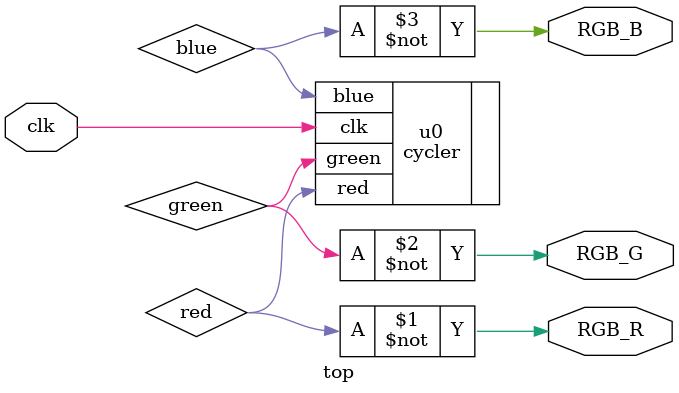
<source format=sv>
`include "miniproject1.sv"


module top(
    input logic     clk, 
    output logic    RGB_R, 
    output logic    RGB_G, 
    output logic    RGB_B
);

    logic red, green, blue;

    cycler u0(
        .clk    (clk), 
        .red    (red), 
        .green  (green), 
        .blue   (blue)
    );

    // inverting red, green and blue logic
    // because the hardware implementation is
    // active low
    assign RGB_R = ~red;
    assign RGB_G = ~green;
    assign RGB_B = ~blue;

endmodule

</source>
